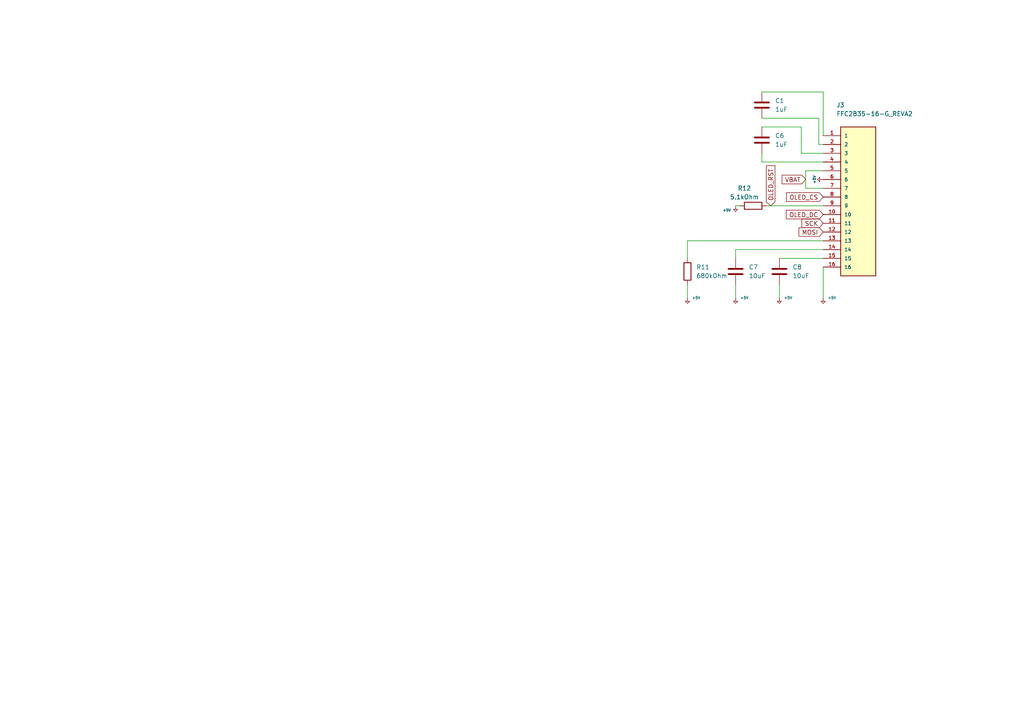
<source format=kicad_sch>
(kicad_sch (version 20230121) (generator eeschema)
  (paper "A4")
  (lib_symbols
    (symbol "Device:C" (pin_numbers hide) (pin_names (offset 0.254))
      (property "Reference" "C" (at 0.635 2.54 0))
      (property "Value" "C" (at 0.635 -2.54 0))
      (symbol "C_0_1"
        (polyline (pts (xy -2.032 -0.762) (xy 2.032 -0.762)) (stroke (width 0.508)))
        (polyline (pts (xy -2.032 0.762) (xy 2.032 0.762)) (stroke (width 0.508)))
      )
      (symbol "C_1_1"
        (pin passive line (at 0 3.81 270) (length 2.794) (name "~") (number "1"))
        (pin passive line (at 0 -3.81 90) (length 2.794) (name "~") (number "2"))
      )
    )
    (symbol "Device:R" (pin_numbers hide) (pin_names (offset 0))
      (property "Reference" "R" (at 2.032 0 90))
      (property "Value" "R" (at 0 0 90))
      (symbol "R_0_1"
        (rectangle (start -1.016 -2.54) (end 1.016 2.54) (stroke (width 0.254)))
      )
      (symbol "R_1_1"
        (pin passive line (at 0 3.81 270) (length 1.27) (name "~") (number "1"))
        (pin passive line (at 0 -3.81 90) (length 1.27) (name "~") (number "2"))
      )
    )
    (symbol "FFC2B35-16-G_REVA2:FFC2B35-16-G_REVA2" (pin_names (offset 1.016))
      (property "Reference" "J" (at -5.08 24.13 0))
      (property "Value" "FFC2B35-16-G_REVA2" (at -5.08 -22.86 0))
      (symbol "FFC2B35-16-G_REVA2_0_0"
        (rectangle (start -5.08 -20.32) (end 5.08 22.86) (stroke (width 0.254)) (fill (type background)))
        (pin passive line (at -10.16 20.32 0) (length 5.08) (name "1") (number "1"))
        (pin passive line (at -10.16 -2.54 0) (length 5.08) (name "10") (number "10"))
        (pin passive line (at -10.16 -5.08 0) (length 5.08) (name "11") (number "11"))
        (pin passive line (at -10.16 -7.62 0) (length 5.08) (name "12") (number "12"))
        (pin passive line (at -10.16 -10.16 0) (length 5.08) (name "13") (number "13"))
        (pin passive line (at -10.16 -12.7 0) (length 5.08) (name "14") (number "14"))
        (pin passive line (at -10.16 -15.24 0) (length 5.08) (name "15") (number "15"))
        (pin passive line (at -10.16 -17.78 0) (length 5.08) (name "16") (number "16"))
        (pin passive line (at -10.16 17.78 0) (length 5.08) (name "2") (number "2"))
        (pin passive line (at -10.16 15.24 0) (length 5.08) (name "3") (number "3"))
        (pin passive line (at -10.16 12.7 0) (length 5.08) (name "4") (number "4"))
        (pin passive line (at -10.16 10.16 0) (length 5.08) (name "5") (number "5"))
        (pin passive line (at -10.16 7.62 0) (length 5.08) (name "6") (number "6"))
        (pin passive line (at -10.16 5.08 0) (length 5.08) (name "7") (number "7"))
        (pin passive line (at -10.16 2.54 0) (length 5.08) (name "8") (number "8"))
        (pin passive line (at -10.16 0 0) (length 5.08) (name "9") (number "9"))
      )
    )
    (symbol "keyboard_parts2:GND" (power) (pin_names (offset 0))
      (property "Value" "GND" (at 0 -2.54 0))
      (symbol "GND_0_0"
        (pin power_in line (at 0 0 90) (length 0) hide (name "+5V") (number "1"))
      )
      (symbol "GND_0_1"
        (polyline (pts (xy 0 -1.651) (xy 0.635 -1.016) (xy -0.635 -1.016) (xy 0 -1.651)))
      )
      (symbol "GND_1_1"
        (polyline (pts (xy 0 0) (xy 0 -1.016) (xy 0 -1.016)))
      )
    )
  )
  (wire (pts (xy 238.76 39.37) (xy 238.76 26.67)))
  (wire (pts (xy 220.98 46.99) (xy 238.76 46.99)))
  (wire (pts (xy 238.76 54.61) (xy 233.68 54.61)))
  (wire (pts (xy 213.36 72.39) (xy 213.36 74.93)))
  (wire (pts (xy 238.76 69.85) (xy 199.39 69.85)))
  (wire (pts (xy 220.98 34.29) (xy 237.49 34.29)))
  (wire (pts (xy 213.36 59.69) (xy 214.63 59.69)))
  (wire (pts (xy 233.68 49.53) (xy 238.76 49.53)))
  (wire (pts (xy 226.06 82.55) (xy 226.06 86.36)))
  (wire (pts (xy 237.49 34.29) (xy 237.49 41.91)))
  (wire (pts (xy 238.76 72.39) (xy 213.36 72.39)))
  (wire (pts (xy 238.76 26.67) (xy 220.98 26.67)))
  (wire (pts (xy 238.76 44.45) (xy 232.41 44.45)))
  (wire (pts (xy 220.98 44.45) (xy 220.98 46.99)))
  (wire (pts (xy 213.36 82.55) (xy 213.36 86.36)))
  (wire (pts (xy 232.41 44.45) (xy 232.41 36.83)))
  (wire (pts (xy 237.49 41.91) (xy 238.76 41.91)))
  (wire (pts (xy 238.76 77.47) (xy 238.76 86.36)))
  (wire (pts (xy 222.25 59.69) (xy 238.76 59.69)))
  (wire (pts (xy 232.41 36.83) (xy 220.98 36.83)))
  (wire (pts (xy 199.39 69.85) (xy 199.39 74.93)))
  (wire (pts (xy 226.06 74.93) (xy 238.76 74.93)))
  (wire (pts (xy 233.68 54.61) (xy 233.68 49.53)))
  (wire (pts (xy 199.39 86.36) (xy 199.39 82.55)))
  (global_label "OLED_DC" (shape input) (at 238.76 62.23 180) (property "Intersheetrefs" "${INTERSHEET_REFS}" (effects hide)))
  (global_label "OLED_CS" (shape input) (at 238.76 57.15 180) (property "Intersheetrefs" "${INTERSHEET_REFS}" (effects hide)))
  (global_label "MOSI" (shape input) (at 238.76 67.31 180) (property "Intersheetrefs" "${INTERSHEET_REFS}" (effects hide)))
  (global_label "OLED_RST" (shape input) (at 223.52 59.69 90) (property "Intersheetrefs" "${INTERSHEET_REFS}" (effects hide)))
  (global_label "VBAT" (shape input) (at 233.68 52.07 180) (property "Intersheetrefs" "${INTERSHEET_REFS}" (effects hide)))
  (global_label "SCK" (shape input) (at 238.76 64.77 180) (property "Intersheetrefs" "${INTERSHEET_REFS}" (effects hide)))
  (symbol (lib_id "Device:R") (at 218.44 59.69 90) (unit 1)
    (property "Reference" "R12" (at 215.9 54.61 90))
    (property "Value" "5.1kOhm" (at 215.9 57.15 90))
  )
  (symbol (lib_id "keyboard_parts2:GND") (at 199.39 86.36 0) (unit 1)
    (property "Reference" "#PWR021" (effects hide))
    (property "Value" "GND" (at 201.93 86.36 0) (effects (font (size 0.762 0.762))))
  )
  (symbol (lib_id "FFC2B35-16-G_REVA2:FFC2B35-16-G_REVA2") (at 248.92 59.69 0) (unit 1)
    (property "Reference" "J3" (at 242.57 30.48 0) (effects (justify left)))
    (property "Value" "FFC2B35-16-G_REVA2" (at 242.57 33.02 0) (effects (justify left)))
    (property "Footprint" "FFC2B35-16-G_REVA2:GCT_FFC2B35-16-G_REVA2" (effects hide))
    (property "MF" "Global Connector Technology" (effects hide))
    (property "MAXIMUM_PACKAGE_HEIGHT" "2 mm" (effects hide))
    (property "Package" "None" (effects hide))
    (property "Price" "None" (effects hide))
    (property "Check_prices" "https://www.snapeda.com/parts/FFC2B35-16-G/Global+Connector+Technology/view-part/?ref=eda" (effects hide))
    (property "STANDARD" "Manufacturer Recommendations" (effects hide))
    (property "PARTREV" "A2" (effects hide))
    (property "SnapEDA_Link" "https://www.snapeda.com/parts/FFC2B35-16-G/Global+Connector+Technology/view-part/?ref=snap" (effects hide))
    (property "MP" "FFC2B35-16-G" (effects hide))
    (property "Description" "\n0.5mm Side entry Flat Flexible Cable Connector\n" (effects hide))
    (property "Availability" "Not in stock" (effects hide))
    (property "MANUFACTURER" "GCT" (effects hide))
  )
  (symbol (lib_id "keyboard_parts2:GND") (at 213.36 59.69 0) (unit 1)
    (property "Reference" "#PWR022" (effects hide))
    (property "Value" "GND" (at 210.82 60.96 0) (effects (font (size 0.762 0.762))))
  )
  (symbol (lib_id "keyboard_parts2:GND") (at 238.76 86.36 0) (unit 1)
    (property "Reference" "#PWR019" (effects hide))
    (property "Value" "GND" (at 241.3 86.36 0) (effects (font (size 0.762 0.762))))
  )
  (symbol (lib_id "Device:R") (at 199.39 78.74 0) (unit 1)
    (property "Reference" "R11" (at 201.93 77.47 0) (effects (justify left)))
    (property "Value" "680kOhm" (at 201.93 80.01 0) (effects (justify left)))
  )
  (symbol (lib_id "keyboard_parts2:GND") (at 238.76 52.07 270) (unit 1)
    (property "Reference" "#PWR023" (effects hide))
    (property "Value" "GND" (at 236.22 52.07 0) (effects (font (size 0.762 0.762))))
  )
  (symbol (lib_id "Device:C") (at 220.98 30.48 0) (unit 1)
    (property "Reference" "C1" (at 224.79 29.21 0) (effects (justify left)))
    (property "Value" "1uF" (at 224.79 31.75 0) (effects (justify left)))
  )
  (symbol (lib_id "keyboard_parts2:GND") (at 226.06 86.36 0) (unit 1)
    (property "Reference" "#PWR018" (effects hide))
    (property "Value" "GND" (at 228.6 86.36 0) (effects (font (size 0.762 0.762))))
  )
  (symbol (lib_id "Device:C") (at 226.06 78.74 0) (unit 1)
    (property "Reference" "C8" (at 229.87 77.47 0) (effects (justify left)))
    (property "Value" "10uF" (at 229.87 80.01 0) (effects (justify left)))
  )
  (symbol (lib_id "keyboard_parts2:GND") (at 213.36 86.36 0) (unit 1)
    (property "Reference" "#PWR020" (effects hide))
    (property "Value" "GND" (at 215.9 86.36 0) (effects (font (size 0.762 0.762))))
  )
  (symbol (lib_id "Device:C") (at 213.36 78.74 0) (unit 1)
    (property "Reference" "C7" (at 217.17 77.47 0) (effects (justify left)))
    (property "Value" "10uF" (at 217.17 80.01 0) (effects (justify left)))
  )
  (symbol (lib_id "Device:C") (at 220.98 40.64 0) (unit 1)
    (property "Reference" "C6" (at 224.79 39.37 0) (effects (justify left)))
    (property "Value" "1uF" (at 224.79 41.91 0) (effects (justify left)))
  )
)
</source>
